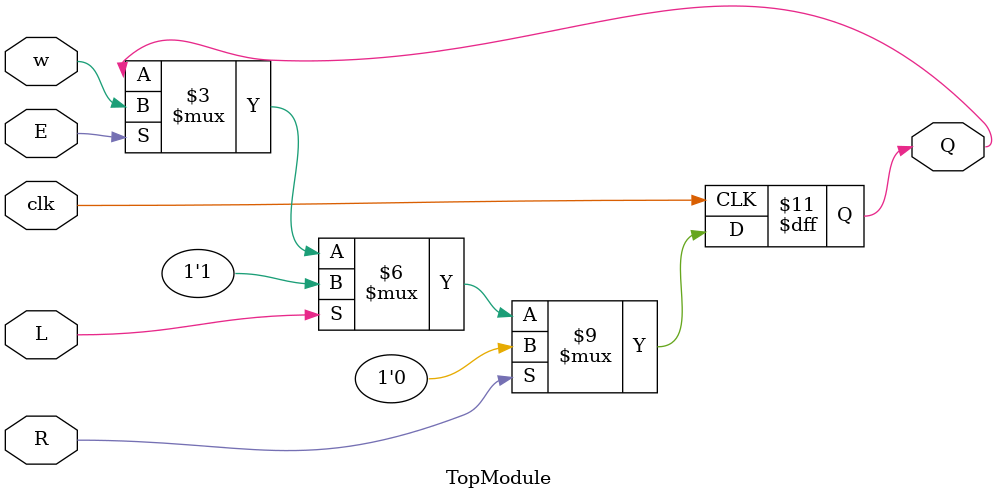
<source format=sv>
module TopModule (
    input logic clk,
    input logic w,
    input logic R,
    input logic E,
    input logic L,
    output logic Q
);

    always @(posedge clk) begin
        if (R) begin
            Q <= 1'b0; // Reset Q to 0
        end else if (L) begin
            Q <= 1'b1; // Load value 1 when L is asserted
        end else if (E) begin
            Q <= w; // Shift operation
        end
    end

    initial begin
        Q = 1'b0; // Initialize Q to 0
    end

endmodule
</source>
